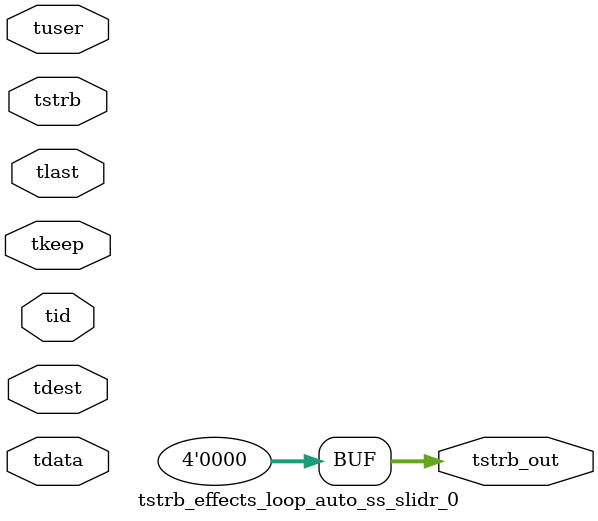
<source format=v>


`timescale 1ps/1ps

module tstrb_effects_loop_auto_ss_slidr_0 #
(
parameter C_S_AXIS_TDATA_WIDTH = 32,
parameter C_S_AXIS_TUSER_WIDTH = 0,
parameter C_S_AXIS_TID_WIDTH   = 0,
parameter C_S_AXIS_TDEST_WIDTH = 0,
parameter C_M_AXIS_TDATA_WIDTH = 32
)
(
input  [(C_S_AXIS_TDATA_WIDTH == 0 ? 1 : C_S_AXIS_TDATA_WIDTH)-1:0     ] tdata,
input  [(C_S_AXIS_TUSER_WIDTH == 0 ? 1 : C_S_AXIS_TUSER_WIDTH)-1:0     ] tuser,
input  [(C_S_AXIS_TID_WIDTH   == 0 ? 1 : C_S_AXIS_TID_WIDTH)-1:0       ] tid,
input  [(C_S_AXIS_TDEST_WIDTH == 0 ? 1 : C_S_AXIS_TDEST_WIDTH)-1:0     ] tdest,
input  [(C_S_AXIS_TDATA_WIDTH/8)-1:0 ] tkeep,
input  [(C_S_AXIS_TDATA_WIDTH/8)-1:0 ] tstrb,
input                                                                    tlast,
output [(C_M_AXIS_TDATA_WIDTH/8)-1:0 ] tstrb_out
);

assign tstrb_out = {1'b0};

endmodule


</source>
